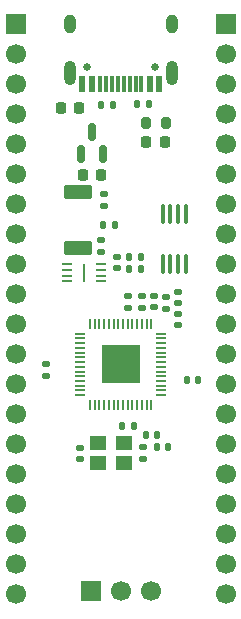
<source format=gbr>
%TF.GenerationSoftware,KiCad,Pcbnew,9.0.1*%
%TF.CreationDate,2026-01-20T01:34:41+00:00*%
%TF.ProjectId,heidi-pico,68656964-692d-4706-9963-6f2e6b696361,rev?*%
%TF.SameCoordinates,Original*%
%TF.FileFunction,Soldermask,Top*%
%TF.FilePolarity,Negative*%
%FSLAX46Y46*%
G04 Gerber Fmt 4.6, Leading zero omitted, Abs format (unit mm)*
G04 Created by KiCad (PCBNEW 9.0.1) date 2026-01-20 01:34:41*
%MOMM*%
%LPD*%
G01*
G04 APERTURE LIST*
G04 Aperture macros list*
%AMRoundRect*
0 Rectangle with rounded corners*
0 $1 Rounding radius*
0 $2 $3 $4 $5 $6 $7 $8 $9 X,Y pos of 4 corners*
0 Add a 4 corners polygon primitive as box body*
4,1,4,$2,$3,$4,$5,$6,$7,$8,$9,$2,$3,0*
0 Add four circle primitives for the rounded corners*
1,1,$1+$1,$2,$3*
1,1,$1+$1,$4,$5*
1,1,$1+$1,$6,$7*
1,1,$1+$1,$8,$9*
0 Add four rect primitives between the rounded corners*
20,1,$1+$1,$2,$3,$4,$5,0*
20,1,$1+$1,$4,$5,$6,$7,0*
20,1,$1+$1,$6,$7,$8,$9,0*
20,1,$1+$1,$8,$9,$2,$3,0*%
G04 Aperture macros list end*
%ADD10RoundRect,0.062500X-0.387500X-0.062500X0.387500X-0.062500X0.387500X0.062500X-0.387500X0.062500X0*%
%ADD11R,0.200000X1.600000*%
%ADD12RoundRect,0.140000X-0.140000X-0.170000X0.140000X-0.170000X0.140000X0.170000X-0.140000X0.170000X0*%
%ADD13R,1.700000X1.700000*%
%ADD14C,1.700000*%
%ADD15RoundRect,0.135000X-0.185000X0.135000X-0.185000X-0.135000X0.185000X-0.135000X0.185000X0.135000X0*%
%ADD16RoundRect,0.218750X-0.218750X-0.256250X0.218750X-0.256250X0.218750X0.256250X-0.218750X0.256250X0*%
%ADD17RoundRect,0.100000X0.100000X-0.712500X0.100000X0.712500X-0.100000X0.712500X-0.100000X-0.712500X0*%
%ADD18RoundRect,0.150000X0.150000X-0.587500X0.150000X0.587500X-0.150000X0.587500X-0.150000X-0.587500X0*%
%ADD19RoundRect,0.140000X0.170000X-0.140000X0.170000X0.140000X-0.170000X0.140000X-0.170000X-0.140000X0*%
%ADD20RoundRect,0.140000X-0.170000X0.140000X-0.170000X-0.140000X0.170000X-0.140000X0.170000X0.140000X0*%
%ADD21C,0.650000*%
%ADD22R,0.600000X1.450000*%
%ADD23R,0.300000X1.450000*%
%ADD24O,1.000000X2.100000*%
%ADD25O,1.000000X1.600000*%
%ADD26RoundRect,0.100000X-1.050000X0.525000X-1.050000X-0.525000X1.050000X-0.525000X1.050000X0.525000X0*%
%ADD27RoundRect,0.050000X-0.387500X-0.050000X0.387500X-0.050000X0.387500X0.050000X-0.387500X0.050000X0*%
%ADD28RoundRect,0.050000X-0.050000X-0.387500X0.050000X-0.387500X0.050000X0.387500X-0.050000X0.387500X0*%
%ADD29R,3.200000X3.200000*%
%ADD30RoundRect,0.135000X0.135000X0.185000X-0.135000X0.185000X-0.135000X-0.185000X0.135000X-0.185000X0*%
%ADD31RoundRect,0.135000X-0.135000X-0.185000X0.135000X-0.185000X0.135000X0.185000X-0.135000X0.185000X0*%
%ADD32R,1.400000X1.200000*%
%ADD33RoundRect,0.200000X0.200000X0.275000X-0.200000X0.275000X-0.200000X-0.275000X0.200000X-0.275000X0*%
%ADD34RoundRect,0.225000X-0.225000X-0.250000X0.225000X-0.250000X0.225000X0.250000X-0.225000X0.250000X0*%
%ADD35RoundRect,0.140000X0.140000X0.170000X-0.140000X0.170000X-0.140000X-0.170000X0.140000X-0.170000X0*%
%ADD36RoundRect,0.225000X0.225000X0.250000X-0.225000X0.250000X-0.225000X-0.250000X0.225000X-0.250000X0*%
G04 APERTURE END LIST*
D10*
%TO.C,U3*%
X87825000Y-96250000D03*
X87825000Y-96750000D03*
X87825000Y-97250000D03*
X87825000Y-97750000D03*
X90675000Y-97750000D03*
X90675000Y-97250000D03*
X90675000Y-96750000D03*
X90675000Y-96250000D03*
D11*
X89250000Y-97000000D03*
%TD*%
D12*
%TO.C,C5*%
X93070000Y-95660000D03*
X94030000Y-95660000D03*
%TD*%
%TO.C,C10*%
X94450000Y-110750000D03*
X95410000Y-110750000D03*
%TD*%
D13*
%TO.C,J3*%
X83460000Y-75970000D03*
D14*
X83460000Y-78510000D03*
X83460000Y-81050000D03*
X83460000Y-83590000D03*
X83460000Y-86130000D03*
X83460000Y-88670000D03*
X83460000Y-91210000D03*
X83460000Y-93750000D03*
X83460000Y-96290000D03*
X83460000Y-98830000D03*
X83460000Y-101370000D03*
X83460000Y-103910000D03*
X83460000Y-106450000D03*
X83460000Y-108990000D03*
X83460000Y-111530000D03*
X83460000Y-114070000D03*
X83460000Y-116610000D03*
X83460000Y-119150000D03*
X83460000Y-121690000D03*
X83460000Y-124230000D03*
%TD*%
D15*
%TO.C,R6*%
X90960000Y-90360000D03*
X90960000Y-91380000D03*
%TD*%
D16*
%TO.C,D1*%
X94522500Y-85950000D03*
X96097500Y-85950000D03*
%TD*%
D17*
%TO.C,U4*%
X95905000Y-96252500D03*
X96555000Y-96252500D03*
X97205000Y-96252500D03*
X97855000Y-96252500D03*
X97855000Y-92027500D03*
X97205000Y-92027500D03*
X96555000Y-92027500D03*
X95905000Y-92027500D03*
%TD*%
D13*
%TO.C,J2*%
X89810000Y-123990000D03*
D14*
X92350000Y-123990000D03*
X94890000Y-123990000D03*
%TD*%
D18*
%TO.C,U2*%
X88960000Y-86967500D03*
X90860000Y-86967500D03*
X89910000Y-85092500D03*
%TD*%
D19*
%TO.C,C7*%
X97180000Y-101480000D03*
X97180000Y-100520000D03*
%TD*%
D12*
%TO.C,C8*%
X97920000Y-106080000D03*
X98880000Y-106080000D03*
%TD*%
D20*
%TO.C,C15*%
X94190000Y-111790000D03*
X94190000Y-112750000D03*
%TD*%
D21*
%TO.C,J1*%
X95240000Y-79562000D03*
X89460000Y-79562000D03*
D22*
X95600000Y-81007000D03*
X94800000Y-81007000D03*
D23*
X93600000Y-81007000D03*
X92600000Y-81007000D03*
X92100000Y-81007000D03*
X91100000Y-81007000D03*
D22*
X89900000Y-81007000D03*
X89100000Y-81007000D03*
X89100000Y-81007000D03*
X89900000Y-81007000D03*
D23*
X90600000Y-81007000D03*
X91600000Y-81007000D03*
X93100000Y-81007000D03*
X94100000Y-81007000D03*
D22*
X94800000Y-81007000D03*
X95600000Y-81007000D03*
D24*
X96670000Y-80092000D03*
D25*
X96670000Y-75912000D03*
D24*
X88030000Y-80092000D03*
D25*
X88030000Y-75912000D03*
%TD*%
D26*
%TO.C,SW1*%
X88720000Y-94955000D03*
X88720000Y-90205000D03*
%TD*%
D27*
%TO.C,U1*%
X88902500Y-102180000D03*
X88902500Y-102580000D03*
X88902500Y-102980000D03*
X88902500Y-103380000D03*
X88902500Y-103780000D03*
X88902500Y-104180000D03*
X88902500Y-104580000D03*
X88902500Y-104980000D03*
X88902500Y-105380000D03*
X88902500Y-105780000D03*
X88902500Y-106180000D03*
X88902500Y-106580000D03*
X88902500Y-106980000D03*
X88902500Y-107380000D03*
D28*
X89740000Y-108217500D03*
X90140000Y-108217500D03*
X90540000Y-108217500D03*
X90940000Y-108217500D03*
X91340000Y-108217500D03*
X91740000Y-108217500D03*
X92140000Y-108217500D03*
X92540000Y-108217500D03*
X92940000Y-108217500D03*
X93340000Y-108217500D03*
X93740000Y-108217500D03*
X94140000Y-108217500D03*
X94540000Y-108217500D03*
X94940000Y-108217500D03*
D27*
X95777500Y-107380000D03*
X95777500Y-106980000D03*
X95777500Y-106580000D03*
X95777500Y-106180000D03*
X95777500Y-105780000D03*
X95777500Y-105380000D03*
X95777500Y-104980000D03*
X95777500Y-104580000D03*
X95777500Y-104180000D03*
X95777500Y-103780000D03*
X95777500Y-103380000D03*
X95777500Y-102980000D03*
X95777500Y-102580000D03*
X95777500Y-102180000D03*
D28*
X94940000Y-101342500D03*
X94540000Y-101342500D03*
X94140000Y-101342500D03*
X93740000Y-101342500D03*
X93340000Y-101342500D03*
X92940000Y-101342500D03*
X92540000Y-101342500D03*
X92140000Y-101342500D03*
X91740000Y-101342500D03*
X91340000Y-101342500D03*
X90940000Y-101342500D03*
X90540000Y-101342500D03*
X90140000Y-101342500D03*
X89740000Y-101342500D03*
D29*
X92340000Y-104780000D03*
%TD*%
D30*
%TO.C,R5*%
X91880000Y-92990000D03*
X90860000Y-92990000D03*
%TD*%
D31*
%TO.C,R3*%
X93690000Y-82750000D03*
X94710000Y-82750000D03*
%TD*%
D12*
%TO.C,C9*%
X93070000Y-96710000D03*
X94030000Y-96710000D03*
%TD*%
D32*
%TO.C,Y1*%
X90450000Y-113120000D03*
X92650000Y-113120000D03*
X92650000Y-111420000D03*
X90450000Y-111420000D03*
%TD*%
D33*
%TO.C,R8*%
X96135000Y-84320000D03*
X94485000Y-84320000D03*
%TD*%
D19*
%TO.C,C1*%
X95150000Y-99920000D03*
X95150000Y-98960000D03*
%TD*%
D30*
%TO.C,R7*%
X93430000Y-109980000D03*
X92410000Y-109980000D03*
%TD*%
%TO.C,R4*%
X91710000Y-82840000D03*
X90690000Y-82840000D03*
%TD*%
D20*
%TO.C,C14*%
X88910000Y-111820000D03*
X88910000Y-112780000D03*
%TD*%
D13*
%TO.C,J4*%
X101240000Y-75970000D03*
D14*
X101240000Y-78510000D03*
X101240000Y-81050000D03*
X101240000Y-83590000D03*
X101240000Y-86130000D03*
X101240000Y-88670000D03*
X101240000Y-91210000D03*
X101240000Y-93750000D03*
X101240000Y-96290000D03*
X101240000Y-98830000D03*
X101240000Y-101370000D03*
X101240000Y-103910000D03*
X101240000Y-106450000D03*
X101240000Y-108990000D03*
X101240000Y-111530000D03*
X101240000Y-114070000D03*
X101240000Y-116610000D03*
X101240000Y-119150000D03*
X101240000Y-121690000D03*
X101240000Y-124230000D03*
%TD*%
D19*
%TO.C,C11*%
X96180000Y-100060000D03*
X96180000Y-99100000D03*
%TD*%
%TO.C,C2*%
X92050000Y-96620000D03*
X92050000Y-95660000D03*
%TD*%
%TO.C,C16*%
X90670000Y-95230000D03*
X90670000Y-94270000D03*
%TD*%
D34*
%TO.C,C13*%
X87295000Y-83100000D03*
X88845000Y-83100000D03*
%TD*%
D19*
%TO.C,C6*%
X97170000Y-99570000D03*
X97170000Y-98610000D03*
%TD*%
D35*
%TO.C,C3*%
X96340000Y-111750000D03*
X95380000Y-111750000D03*
%TD*%
D15*
%TO.C,R1*%
X92960000Y-98950000D03*
X92960000Y-99970000D03*
%TD*%
D36*
%TO.C,C12*%
X90660000Y-88780000D03*
X89110000Y-88780000D03*
%TD*%
D15*
%TO.C,R2*%
X94140000Y-98950000D03*
X94140000Y-99970000D03*
%TD*%
D19*
%TO.C,C4*%
X86000000Y-105740000D03*
X86000000Y-104780000D03*
%TD*%
M02*

</source>
